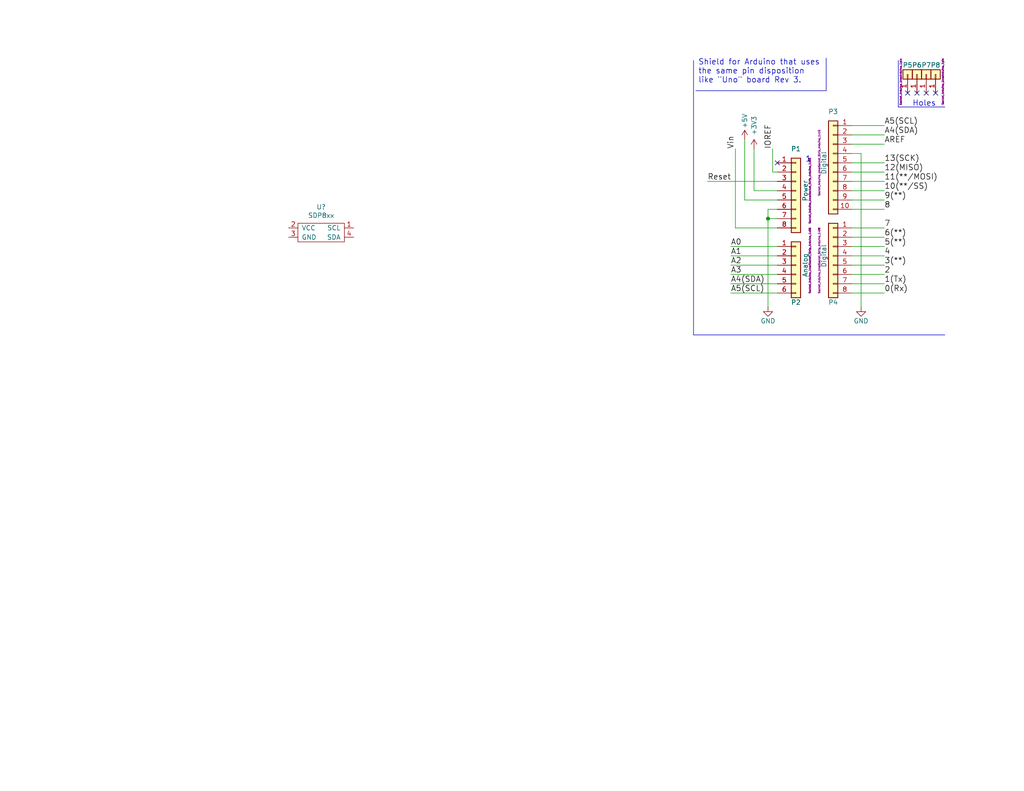
<source format=kicad_sch>
(kicad_sch (version 20230121) (generator eeschema)
  (paper "A")
  (title_block (title "Pressure Fan Controller") (date "lun. 30 mars 2015") (rev "v01") (comment 4 "Author: Lloyd Brown"))
  (lib_symbols
    (symbol "Connector_Generic:Conn_01x01" (pin_names (offset 1.016) hide)
      (property "Reference" "J" (at 0 2.54 0))
      (property "Value" "Conn_01x01" (at 0 -2.54 0))
      (symbol "Conn_01x01_1_1"
        (rectangle (start -1.27 0.127) (end 0 -0.127) (stroke (width 0.1524)))
        (rectangle (start -1.27 1.27) (end 1.27 -1.27) (stroke (width 0.254)) (fill (type background)))
        (pin passive line (at -5.08 0 0) (length 3.81) (name "Pin_1") (number "1"))
      )
    )
    (symbol "Connector_Generic:Conn_01x06" (pin_names (offset 1.016) hide)
      (property "Reference" "J" (at 0 7.62 0))
      (property "Value" "Conn_01x06" (at 0 -10.16 0))
      (symbol "Conn_01x06_1_1"
        (rectangle (start -1.27 -7.493) (end 0 -7.747) (stroke (width 0.1524)))
        (rectangle (start -1.27 -4.953) (end 0 -5.207) (stroke (width 0.1524)))
        (rectangle (start -1.27 -2.413) (end 0 -2.667) (stroke (width 0.1524)))
        (rectangle (start -1.27 0.127) (end 0 -0.127) (stroke (width 0.1524)))
        (rectangle (start -1.27 2.667) (end 0 2.413) (stroke (width 0.1524)))
        (rectangle (start -1.27 5.207) (end 0 4.953) (stroke (width 0.1524)))
        (rectangle (start -1.27 6.35) (end 1.27 -8.89) (stroke (width 0.254)) (fill (type background)))
        (pin passive line (at -5.08 5.08 0) (length 3.81) (name "Pin_1") (number "1"))
        (pin passive line (at -5.08 2.54 0) (length 3.81) (name "Pin_2") (number "2"))
        (pin passive line (at -5.08 0 0) (length 3.81) (name "Pin_3") (number "3"))
        (pin passive line (at -5.08 -2.54 0) (length 3.81) (name "Pin_4") (number "4"))
        (pin passive line (at -5.08 -5.08 0) (length 3.81) (name "Pin_5") (number "5"))
        (pin passive line (at -5.08 -7.62 0) (length 3.81) (name "Pin_6") (number "6"))
      )
    )
    (symbol "Connector_Generic:Conn_01x08" (pin_names (offset 1.016) hide)
      (property "Reference" "J" (at 0 10.16 0))
      (property "Value" "Conn_01x08" (at 0 -12.7 0))
      (symbol "Conn_01x08_1_1"
        (rectangle (start -1.27 -10.033) (end 0 -10.287) (stroke (width 0.1524)))
        (rectangle (start -1.27 -7.493) (end 0 -7.747) (stroke (width 0.1524)))
        (rectangle (start -1.27 -4.953) (end 0 -5.207) (stroke (width 0.1524)))
        (rectangle (start -1.27 -2.413) (end 0 -2.667) (stroke (width 0.1524)))
        (rectangle (start -1.27 0.127) (end 0 -0.127) (stroke (width 0.1524)))
        (rectangle (start -1.27 2.667) (end 0 2.413) (stroke (width 0.1524)))
        (rectangle (start -1.27 5.207) (end 0 4.953) (stroke (width 0.1524)))
        (rectangle (start -1.27 7.747) (end 0 7.493) (stroke (width 0.1524)))
        (rectangle (start -1.27 8.89) (end 1.27 -11.43) (stroke (width 0.254)) (fill (type background)))
        (pin passive line (at -5.08 7.62 0) (length 3.81) (name "Pin_1") (number "1"))
        (pin passive line (at -5.08 5.08 0) (length 3.81) (name "Pin_2") (number "2"))
        (pin passive line (at -5.08 2.54 0) (length 3.81) (name "Pin_3") (number "3"))
        (pin passive line (at -5.08 0 0) (length 3.81) (name "Pin_4") (number "4"))
        (pin passive line (at -5.08 -2.54 0) (length 3.81) (name "Pin_5") (number "5"))
        (pin passive line (at -5.08 -5.08 0) (length 3.81) (name "Pin_6") (number "6"))
        (pin passive line (at -5.08 -7.62 0) (length 3.81) (name "Pin_7") (number "7"))
        (pin passive line (at -5.08 -10.16 0) (length 3.81) (name "Pin_8") (number "8"))
      )
    )
    (symbol "Connector_Generic:Conn_01x10" (pin_names (offset 1.016) hide)
      (property "Reference" "J" (at 0 12.7 0))
      (property "Value" "Conn_01x10" (at 0 -15.24 0))
      (symbol "Conn_01x10_1_1"
        (rectangle (start -1.27 -12.573) (end 0 -12.827) (stroke (width 0.1524)))
        (rectangle (start -1.27 -10.033) (end 0 -10.287) (stroke (width 0.1524)))
        (rectangle (start -1.27 -7.493) (end 0 -7.747) (stroke (width 0.1524)))
        (rectangle (start -1.27 -4.953) (end 0 -5.207) (stroke (width 0.1524)))
        (rectangle (start -1.27 -2.413) (end 0 -2.667) (stroke (width 0.1524)))
        (rectangle (start -1.27 0.127) (end 0 -0.127) (stroke (width 0.1524)))
        (rectangle (start -1.27 2.667) (end 0 2.413) (stroke (width 0.1524)))
        (rectangle (start -1.27 5.207) (end 0 4.953) (stroke (width 0.1524)))
        (rectangle (start -1.27 7.747) (end 0 7.493) (stroke (width 0.1524)))
        (rectangle (start -1.27 10.287) (end 0 10.033) (stroke (width 0.1524)))
        (rectangle (start -1.27 11.43) (end 1.27 -13.97) (stroke (width 0.254)) (fill (type background)))
        (pin passive line (at -5.08 10.16 0) (length 3.81) (name "Pin_1") (number "1"))
        (pin passive line (at -5.08 -12.7 0) (length 3.81) (name "Pin_10") (number "10"))
        (pin passive line (at -5.08 7.62 0) (length 3.81) (name "Pin_2") (number "2"))
        (pin passive line (at -5.08 5.08 0) (length 3.81) (name "Pin_3") (number "3"))
        (pin passive line (at -5.08 2.54 0) (length 3.81) (name "Pin_4") (number "4"))
        (pin passive line (at -5.08 0 0) (length 3.81) (name "Pin_5") (number "5"))
        (pin passive line (at -5.08 -2.54 0) (length 3.81) (name "Pin_6") (number "6"))
        (pin passive line (at -5.08 -5.08 0) (length 3.81) (name "Pin_7") (number "7"))
        (pin passive line (at -5.08 -7.62 0) (length 3.81) (name "Pin_8") (number "8"))
        (pin passive line (at -5.08 -10.16 0) (length 3.81) (name "Pin_9") (number "9"))
      )
    )
    (symbol "power:+5V" (power) (pin_names (offset 0))
      (property "Value" "+5V" (at 0 3.556 0))
      (symbol "+5V_0_1"
        (polyline (pts (xy -0.762 1.27) (xy 0 2.54)))
        (polyline (pts (xy 0 0) (xy 0 2.54)))
        (polyline (pts (xy 0 2.54) (xy 0.762 1.27)))
      )
      (symbol "+5V_1_1"
        (pin power_in line (at 0 0 90) (length 0) hide (name "+5V") (number "1"))
      )
    )
    (symbol "power:GND" (power) (pin_names (offset 0))
      (property "Value" "GND" (at 0 -3.81 0))
      (symbol "GND_0_1"
        (polyline (pts (xy 0 0) (xy 0 -1.27) (xy 1.27 -1.27) (xy 0 -2.54) (xy -1.27 -1.27) (xy 0 -1.27)))
      )
      (symbol "GND_1_1"
        (pin power_in line (at 0 0 270) (length 0) hide (name "GND") (number "1"))
      )
    )
    (symbol "pressure_fan_controller-rescue:+3.3V-power" (power) (pin_names (offset 0))
      (property "Value" "+3.3V-power" (at 0 3.556 0))
      (symbol "+3.3V-power_0_1"
        (polyline (pts (xy -0.762 1.27) (xy 0 2.54)))
        (polyline (pts (xy 0 0) (xy 0 2.54)))
        (polyline (pts (xy 0 2.54) (xy 0.762 1.27)))
      )
      (symbol "+3.3V-power_1_1"
        (pin power_in line (at 0 0 90) (length 0) hide (name "+3V3") (number "1"))
      )
    )
    (symbol "sdp8xx:SDP8xx" (pin_names (offset 1.016))
      (property "Reference" "U" (at -3.81 3.81 0))
      (property "Value" "SDP8xx" (at 2.54 -3.81 0))
      (symbol "SDP8xx_0_1"
        (rectangle (start -6.35 2.54) (end 6.35 -2.54))
      )
      (symbol "SDP8xx_1_1"
        (pin bidirectional line (at 8.89 1.27 180) (length 2.54) (name "SCL") (number "1"))
        (pin power_in line (at -8.89 1.27 0) (length 2.54) (name "VCC") (number "2"))
        (pin power_in line (at -8.89 -1.27 0) (length 2.54) (name "GND") (number "3"))
        (pin bidirectional line (at 8.89 -1.27 180) (length 2.54) (name "SDA") (number "4"))
      )
    )
  )
  (junction (at 209.55 59.69))
  (no_connect (at 255.27 25.4))
  (no_connect (at 252.73 25.4))
  (no_connect (at 212.09 44.45))
  (no_connect (at 247.65 25.4))
  (no_connect (at 250.19 25.4))
  (wire (pts (xy 210.82 46.99) (xy 212.09 46.99)))
  (wire (pts (xy 232.41 49.53) (xy 241.3 49.53)))
  (wire (pts (xy 210.82 40.64) (xy 210.82 46.99)))
  (polyline (pts (xy 245.11 29.21) (xy 245.11 16.51)))
  (wire (pts (xy 212.09 57.15) (xy 209.55 57.15)))
  (wire (pts (xy 212.09 80.01) (xy 199.39 80.01)))
  (wire (pts (xy 212.09 72.39) (xy 199.39 72.39)))
  (wire (pts (xy 232.41 36.83) (xy 241.3 36.83)))
  (wire (pts (xy 212.09 62.23) (xy 200.66 62.23)))
  (wire (pts (xy 232.41 41.91) (xy 234.95 41.91)))
  (wire (pts (xy 212.09 54.61) (xy 203.2 54.61)))
  (wire (pts (xy 232.41 74.93) (xy 241.3 74.93)))
  (polyline (pts (xy 225.425 24.765) (xy 225.425 15.875)))
  (wire (pts (xy 232.41 64.77) (xy 241.3 64.77)))
  (wire (pts (xy 232.41 39.37) (xy 241.3 39.37)))
  (wire (pts (xy 212.09 69.85) (xy 199.39 69.85)))
  (wire (pts (xy 232.41 67.31) (xy 241.3 67.31)))
  (polyline (pts (xy 189.23 16.51) (xy 189.23 91.44)))
  (wire (pts (xy 232.41 72.39) (xy 241.3 72.39)))
  (wire (pts (xy 200.66 62.23) (xy 200.66 40.64)))
  (wire (pts (xy 232.41 77.47) (xy 241.3 77.47)))
  (wire (pts (xy 212.09 49.53) (xy 193.04 49.53)))
  (wire (pts (xy 232.41 52.07) (xy 241.3 52.07)))
  (polyline (pts (xy 257.81 29.21) (xy 245.11 29.21)))
  (wire (pts (xy 232.41 46.99) (xy 241.3 46.99)))
  (wire (pts (xy 234.95 41.91) (xy 234.95 83.82)))
  (wire (pts (xy 232.41 80.01) (xy 241.3 80.01)))
  (wire (pts (xy 209.55 57.15) (xy 209.55 59.69)))
  (wire (pts (xy 232.41 62.23) (xy 241.3 62.23)))
  (wire (pts (xy 203.2 54.61) (xy 203.2 38.1)))
  (wire (pts (xy 212.09 59.69) (xy 209.55 59.69)))
  (wire (pts (xy 232.41 34.29) (xy 241.3 34.29)))
  (wire (pts (xy 212.09 77.47) (xy 199.39 77.47)))
  (wire (pts (xy 232.41 57.15) (xy 241.3 57.15)))
  (polyline (pts (xy 189.23 91.44) (xy 257.81 91.44)))
  (wire (pts (xy 212.09 52.07) (xy 205.74 52.07)))
  (wire (pts (xy 212.09 74.93) (xy 199.39 74.93)))
  (polyline (pts (xy 189.865 24.765) (xy 225.425 24.765)))
  (wire (pts (xy 209.55 59.69) (xy 209.55 83.82)))
  (wire (pts (xy 232.41 44.45) (xy 241.3 44.45)))
  (wire (pts (xy 232.41 54.61) (xy 241.3 54.61)))
  (wire (pts (xy 212.09 67.31) (xy 199.39 67.31)))
  (wire (pts (xy 205.74 52.07) (xy 205.74 40.64)))
  (wire (pts (xy 232.41 69.85) (xy 241.3 69.85)))
  (text "1" (at 219.71 44.45 0) (effects (font (size 1.524 1.524)) (justify left bottom)))
  (text "Shield for Arduino that uses\nthe same pin disposition\nlike \"Uno\" board Rev 3." (at 190.5 22.86 0) (effects (font (size 1.524 1.524)) (justify left bottom)))
  (text "Holes" (at 248.92 29.21 0) (effects (font (size 1.524 1.524)) (justify left bottom)))
  (label "2" (at 241.3 74.93 0) (effects (font (size 1.524 1.524))))
  (label "A4(SDA)" (at 241.3 36.83 0) (effects (font (size 1.524 1.524))))
  (label "13(SCK)" (at 241.3 44.45 0) (effects (font (size 1.524 1.524))))
  (label "9(**)" (at 241.3 54.61 0) (effects (font (size 1.524 1.524))))
  (label "0(Rx)" (at 241.3 80.01 0) (effects (font (size 1.524 1.524))))
  (label "A5(SCL)" (at 241.3 34.29 0) (effects (font (size 1.524 1.524))))
  (label "5(**)" (at 241.3 67.31 0) (effects (font (size 1.524 1.524))))
  (label "1(Tx)" (at 241.3 77.47 0) (effects (font (size 1.524 1.524))))
  (label "Reset" (at 193.04 49.53 0) (effects (font (size 1.524 1.524))))
  (label "4" (at 241.3 69.85 0) (effects (font (size 1.524 1.524))))
  (label "A3" (at 199.39 74.93 0) (effects (font (size 1.524 1.524))))
  (label "A4(SDA)" (at 199.39 77.47 0) (effects (font (size 1.524 1.524))))
  (label "12(MISO)" (at 241.3 46.99 0) (effects (font (size 1.524 1.524))))
  (label "A5(SCL)" (at 199.39 80.01 0) (effects (font (size 1.524 1.524))))
  (label "AREF" (at 241.3 39.37 0) (effects (font (size 1.524 1.524))))
  (label "Vin" (at 200.66 40.64 90) (effects (font (size 1.524 1.524))))
  (label "6(**)" (at 241.3 64.77 0) (effects (font (size 1.524 1.524))))
  (label "IOREF" (at 210.82 40.64 90) (effects (font (size 1.524 1.524))))
  (label "A2" (at 199.39 72.39 0) (effects (font (size 1.524 1.524))))
  (label "10(**/SS)" (at 241.3 52.07 0) (effects (font (size 1.524 1.524))))
  (label "11(**/MOSI)" (at 241.3 49.53 0) (effects (font (size 1.524 1.524))))
  (label "7" (at 241.3 62.23 0) (effects (font (size 1.524 1.524))))
  (label "A1" (at 199.39 69.85 0) (effects (font (size 1.524 1.524))))
  (label "3(**)" (at 241.3 72.39 0) (effects (font (size 1.524 1.524))))
  (label "A0" (at 199.39 67.31 0) (effects (font (size 1.524 1.524))))
  (label "8" (at 241.3 57.15 0) (effects (font (size 1.524 1.524))))
  (symbol (lib_id "Connector_Generic:Conn_01x08") (at 217.17 52.07 0) (unit 1)
    (property "Reference" "P1" (at 217.17 40.64 0))
    (property "Value" "Power" (at 219.71 52.07 90))
    (property "Footprint" "Socket_Arduino_Uno:Socket_Strip_Arduino_1x08" (at 220.98 52.07 90) (effects (font (size 0.508 0.508))))
  )
  (symbol (lib_id "pressure_fan_controller-rescue:+3.3V-power") (at 205.74 40.64 0) (unit 1)
    (property "Reference" "#PWR01" (effects hide))
    (property "Value" "+3.3V" (at 205.74 34.29 90))
  )
  (symbol (lib_id "power:+5V") (at 203.2 38.1 0) (unit 1)
    (property "Reference" "#PWR02" (effects hide))
    (property "Value" "+5V" (at 203.2 33.02 90))
  )
  (symbol (lib_id "power:GND") (at 209.55 83.82 0) (unit 1)
    (property "Reference" "#PWR03" (effects hide))
    (property "Value" "GND" (at 209.55 87.63 0))
  )
  (symbol (lib_id "power:GND") (at 234.95 83.82 0) (unit 1)
    (property "Reference" "#PWR04" (effects hide))
    (property "Value" "GND" (at 234.95 87.63 0))
  )
  (symbol (lib_id "Connector_Generic:Conn_01x06") (at 217.17 72.39 0) (unit 1)
    (property "Reference" "P2" (at 217.17 82.55 0))
    (property "Value" "Analog" (at 219.71 72.39 90))
    (property "Footprint" "Socket_Arduino_Uno:Socket_Strip_Arduino_1x06" (at 220.98 71.12 90) (effects (font (size 0.508 0.508))))
  )
  (symbol (lib_id "Connector_Generic:Conn_01x01") (at 247.65 20.32 90) (unit 1)
    (property "Reference" "P5" (at 247.65 17.78 90))
    (property "Value" "CONN_01X01" (effects hide))
    (property "Footprint" "Socket_Arduino_Uno:Arduino_1pin" (at 245.7704 22.3266 0) (effects (font (size 0.508 0.508))))
  )
  (symbol (lib_id "Connector_Generic:Conn_01x01") (at 250.19 20.32 90) (unit 1)
    (property "Reference" "P6" (at 250.19 17.78 90))
    (property "Value" "CONN_01X01" (effects hide))
    (property "Footprint" "Socket_Arduino_Uno:Arduino_1pin" (effects hide))
  )
  (symbol (lib_id "Connector_Generic:Conn_01x01") (at 252.73 20.32 90) (unit 1)
    (property "Reference" "P7" (at 252.73 17.78 90))
    (property "Value" "CONN_01X01" (effects hide))
    (property "Footprint" "Socket_Arduino_Uno:Arduino_1pin" (effects hide))
  )
  (symbol (lib_id "Connector_Generic:Conn_01x01") (at 255.27 20.32 90) (unit 1)
    (property "Reference" "P8" (at 255.27 17.78 90))
    (property "Value" "CONN_01X01" (effects hide))
    (property "Footprint" "Socket_Arduino_Uno:Arduino_1pin" (at 257.2512 22.2504 0) (effects (font (size 0.508 0.508))))
  )
  (symbol (lib_id "Connector_Generic:Conn_01x08") (at 227.33 69.85 0) (mirror y) (unit 1)
    (property "Reference" "P4" (at 227.33 82.55 0))
    (property "Value" "Digital" (at 224.79 69.85 90))
    (property "Footprint" "Socket_Arduino_Uno:Socket_Strip_Arduino_1x08" (at 223.52 71.12 90) (effects (font (size 0.508 0.508))))
  )
  (symbol (lib_id "Connector_Generic:Conn_01x10") (at 227.33 44.45 0) (mirror y) (unit 1)
    (property "Reference" "P3" (at 227.33 30.48 0))
    (property "Value" "Digital" (at 224.79 44.45 90))
    (property "Footprint" "Socket_Arduino_Uno:Socket_Strip_Arduino_1x10" (at 223.52 44.45 90) (effects (font (size 0.508 0.508))))
  )
  (symbol (lib_id "sdp8xx:SDP8xx") (at 87.63 63.5 0) (unit 1)
    (property "Reference" "U?" (at 87.63 56.515 0))
    (property "Value" "SDP8xx" (at 87.63 58.8264 0))
  )
)
</source>
